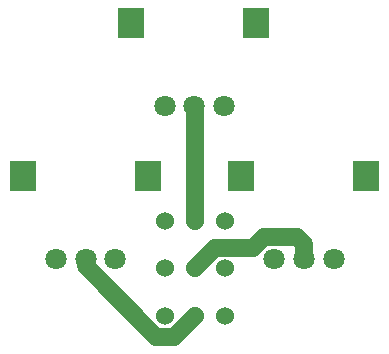
<source format=gbr>
%TF.GenerationSoftware,KiCad,Pcbnew,5.1.10*%
%TF.CreationDate,2021-09-21T18:43:12-07:00*%
%TF.ProjectId,PotBoard,506f7442-6f61-4726-942e-6b696361645f,rev?*%
%TF.SameCoordinates,Original*%
%TF.FileFunction,Copper,L2,Bot*%
%TF.FilePolarity,Positive*%
%FSLAX46Y46*%
G04 Gerber Fmt 4.6, Leading zero omitted, Abs format (unit mm)*
G04 Created by KiCad (PCBNEW 5.1.10) date 2021-09-21 18:43:12*
%MOMM*%
%LPD*%
G01*
G04 APERTURE LIST*
%TA.AperFunction,ComponentPad*%
%ADD10C,1.524000*%
%TD*%
%TA.AperFunction,ComponentPad*%
%ADD11C,1.800000*%
%TD*%
%TA.AperFunction,ComponentPad*%
%ADD12R,2.286000X2.540000*%
%TD*%
%TA.AperFunction,Conductor*%
%ADD13C,1.500000*%
%TD*%
G04 APERTURE END LIST*
D10*
%TO.P,J3,3*%
%TO.N,Net-(J3-Pad3)*%
X139954000Y-122428000D03*
%TO.P,J3,2*%
%TO.N,Net-(J3-Pad2)*%
X137414000Y-122428000D03*
%TO.P,J3,1*%
%TO.N,Net-(J3-Pad1)*%
X134874000Y-122428000D03*
%TD*%
%TO.P,J2,3*%
%TO.N,Net-(J2-Pad3)*%
X134874000Y-118440200D03*
%TO.P,J2,2*%
%TO.N,Net-(J2-Pad2)*%
X137414000Y-118440200D03*
%TO.P,J2,1*%
%TO.N,Net-(J2-Pad1)*%
X139954000Y-118440200D03*
%TD*%
%TO.P,J1,3*%
%TO.N,Net-(J1-Pad3)*%
X139954000Y-126441200D03*
%TO.P,J1,2*%
%TO.N,Net-(J1-Pad2)*%
X137414000Y-126441200D03*
%TO.P,J1,1*%
%TO.N,Net-(J1-Pad1)*%
X134874000Y-126441200D03*
%TD*%
D11*
%TO.P,RV3,3*%
%TO.N,Net-(J3-Pad3)*%
X144146260Y-121666000D03*
%TO.P,RV3,2*%
%TO.N,Net-(J3-Pad2)*%
X146646260Y-121666000D03*
%TO.P,RV3,1*%
%TO.N,Net-(J3-Pad1)*%
X149146260Y-121666000D03*
D12*
%TO.P,RV3,*%
%TO.N,*%
X151902160Y-114655600D03*
X141310360Y-114655600D03*
%TD*%
D11*
%TO.P,RV2,3*%
%TO.N,Net-(J2-Pad3)*%
X134865100Y-108663740D03*
%TO.P,RV2,2*%
%TO.N,Net-(J2-Pad2)*%
X137365100Y-108663740D03*
%TO.P,RV2,1*%
%TO.N,Net-(J2-Pad1)*%
X139865100Y-108663740D03*
D12*
%TO.P,RV2,*%
%TO.N,*%
X142621000Y-101653340D03*
X132029200Y-101653340D03*
%TD*%
D11*
%TO.P,RV1,3*%
%TO.N,Net-(J1-Pad3)*%
X125670300Y-121630440D03*
%TO.P,RV1,2*%
%TO.N,Net-(J1-Pad2)*%
X128170300Y-121630440D03*
%TO.P,RV1,1*%
%TO.N,Net-(J1-Pad1)*%
X130670300Y-121630440D03*
D12*
%TO.P,RV1,*%
%TO.N,*%
X133426200Y-114620040D03*
X122834400Y-114620040D03*
%TD*%
D13*
%TO.N,Net-(J1-Pad2)*%
X128170300Y-122271262D02*
X128170300Y-121630440D01*
X134123318Y-128224280D02*
X128170300Y-122271262D01*
X135624682Y-128224280D02*
X134123318Y-128224280D01*
X137407762Y-126441200D02*
X135624682Y-128224280D01*
X137414000Y-126441200D02*
X137407762Y-126441200D01*
%TO.N,Net-(J2-Pad2)*%
X137414000Y-108712640D02*
X137365100Y-108663740D01*
X137414000Y-118440200D02*
X137414000Y-108712640D01*
%TO.N,Net-(J3-Pad2)*%
X146646260Y-120393208D02*
X146646260Y-121666000D01*
X146069051Y-119815999D02*
X146646260Y-120393208D01*
X143258259Y-119815999D02*
X146069051Y-119815999D01*
X142358259Y-120715999D02*
X143258259Y-119815999D01*
X139126001Y-120715999D02*
X142358259Y-120715999D01*
X137414000Y-122428000D02*
X139126001Y-120715999D01*
%TD*%
M02*

</source>
